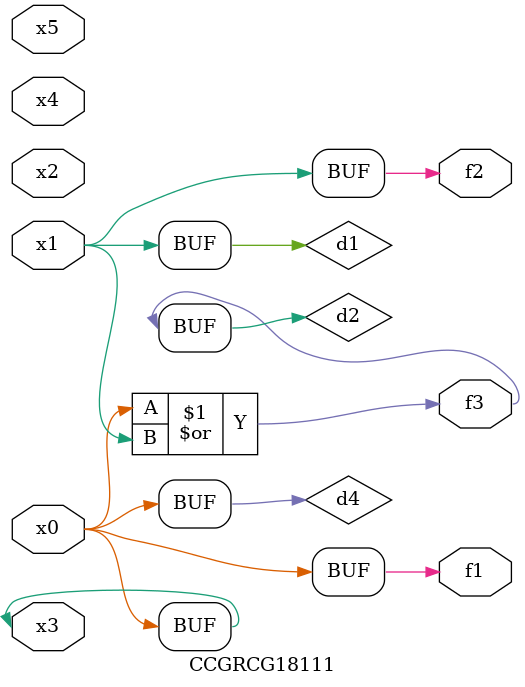
<source format=v>
module CCGRCG18111(
	input x0, x1, x2, x3, x4, x5,
	output f1, f2, f3
);

	wire d1, d2, d3, d4;

	and (d1, x1);
	or (d2, x0, x1);
	nand (d3, x0, x5);
	buf (d4, x0, x3);
	assign f1 = d4;
	assign f2 = d1;
	assign f3 = d2;
endmodule

</source>
